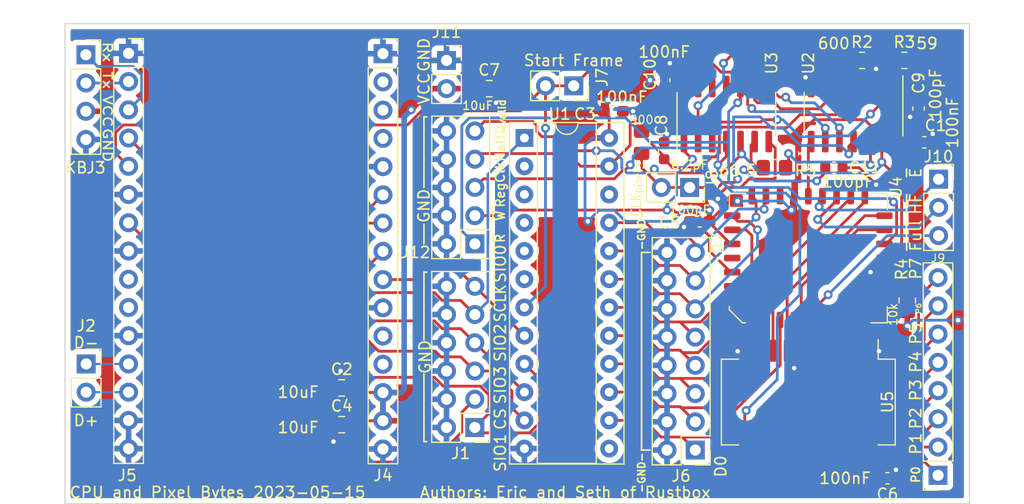
<source format=kicad_pcb>
(kicad_pcb (version 20211014) (generator pcbnew)
  (layers (0 "F.Cu" signal) (31 "B.Cu" signal) (34 "B.Paste" user) (35 "F.Paste" user) (36 "B.SilkS" user "B.Silkscreen") (37 "F.SilkS" user "F.Silkscreen") (38 "B.Mask" user) (39 "F.Mask" user) (44 "Edge.Cuts" user))
  (net 0 "")
  (net 1 "/~{W}")
  (net 2 "/D3")
  (net 3 "/D2")
  (net 4 "/D1")
  (net 5 "/D0")
  (net 6 "GND")
  (net 7 "/Full")
  (net 8 "/Q0")
  (net 9 "/Q1")
  (net 10 "/Q2")
  (net 11 "/Q3")
  (net 12 "/~{R}")
  (net 13 "/Q4")
  (net 14 "/Q5")
  (net 15 "/Q6")
  (net 16 "/Q7")
  (net 17 "/HalfFull")
  (net 18 "/Empty")
  (net 19 "/Reset")
  (net 20 "VCC")
  (net 21 "/D7")
  (net 22 "/D6")
  (net 23 "/D5")
  (net 24 "/D4")
  (net 25 "/SIO0")
  (net 26 "/SIO1")
  (net 27 "/SIO2")
  (net 28 "/SIO3")
  (net 29 "/SCLK")
  (net 30 "/CS")
  (net 31 "/D-")
  (net 32 "/D+")
  (net 33 "/KB_{Tx}")
  (net 34 "/KB_{Rx}")
  (net 40 "/StartFrame")
  (net 43 "/CLK_{pixel}")
  (net 44 "/P0")
  (net 45 "/P1")
  (net 46 "/P2")
  (net 47 "/P3")
  (net 48 "/P4")
  (net 49 "/P5")
  (net 50 "/P6")
  (net 51 "/P7")
  (net 58 "Net-(U2-Pad6)")
  (net 64 "Net-(C8-Pad1)")
  (net 65 "Net-(C9-Pad1)")
  (net 66 "Net-(C11-Pad1)")
  (net 67 "/Half")
  (net 68 "Net-(R5-Pad2)")
  (net 70 "Net-(U2-Pad2)")
  (net 71 "Net-(U2-Pad10)")
  (net 72 "/RegClk")
  (net 73 "/Q_{valid}")
  (footprint "Connector_PinSocket_2.54mm:PinSocket_1x02_P2.54mm_Vertical" (layer "F.Cu") (at 110.49 63.754)
    (fp_text reference "J11")
    (fp_text value "Conn_01x02_Female")
  )
  (footprint "Capacitor_SMD:C_0603_1608Metric_Pad1.08x0.95mm_HandSolder" (layer "F.Cu") (at 125.476 68.326 180)
    (fp_text reference "C3")
    (fp_text value "100nF")
  )
  (footprint "Resistor_SMD:R_0805_2012Metric_Pad1.20x1.40mm_HandSolder" (layer "F.Cu") (at 151.638 63.754)
    (fp_text reference "R3")
    (fp_text value "59")
  )
  (footprint "Connector_PinSocket_2.54mm:PinSocket_1x02_P2.54mm_Vertical" (layer "F.Cu") (at 132.334 75.184 -90)
    (fp_text reference "J8")
    (fp_text value "Conn_01x02_Female")
  )
  (footprint "Package_SO:SOIC-20W_7.5x15.4mm_P1.27mm" (layer "F.Cu") (at 143.002 94.488 -90)
    (fp_text reference "U5")
    (fp_text value "74LS573")
  )
  (footprint "Resistor_SMD:R_0805_2012Metric_Pad1.20x1.40mm_HandSolder" (layer "F.Cu") (at 151.892 85.344 -90)
    (fp_text reference "R4")
    (fp_text value "10k")
  )
  (footprint "Resistor_SMD:R_0805_2012Metric_Pad1.20x1.40mm_HandSolder" (layer "F.Cu") (at 147.828 63.754)
    (fp_text reference "R2")
    (fp_text value "600")
  )
  (footprint "Connector_PinSocket_2.54mm:PinSocket_1x03_P2.54mm_Vertical" (layer "F.Cu") (at 154.711 74.437)
    (fp_text reference "J10")
    (fp_text value "Conn_01x03_Female")
  )
  (footprint "Capacitor_SMD:C_0805_2012Metric_Pad1.18x1.45mm_HandSolder" (layer "F.Cu") (at 114.3215 66.294)
    (fp_text reference "C7")
    (fp_text value "10uF")
  )
  (footprint "Package_SO:SOIC-14_3.9x8.7mm_P1.27mm" (layer "F.Cu") (at 147.066 68.58 -90)
    (fp_text reference "U2")
    (fp_text value "74HC14")
  )
  (footprint "Connector_PinHeader_2.54mm:PinHeader_2x05_P2.54mm_Vertical" (layer "F.Cu") (at 113.035 80.259 180)
    (fp_text reference "J12")
    (fp_text value "Conn_02x05_Odd_Even")
  )
  (footprint "Connector_PinSocket_2.54mm:PinSocket_1x02_P2.54mm_Vertical" (layer "F.Cu") (at 121.92 66.04 -90)
    (fp_text reference "J7")
    (fp_text value "Conn_01x02_Female")
  )
  (footprint "Connector_PinHeader_2.54mm:PinHeader_2x08_P2.54mm_Vertical" (layer "F.Cu") (at 132.842 98.806 180)
    (fp_text reference "J6")
    (fp_text value "Conn_02x08_Odd_Even")
  )
  (footprint "Connector_PinSocket_2.54mm:PinSocket_1x04_P2.54mm_Vertical" (layer "F.Cu") (at 78.08 63.246)
    (fp_text reference "J3")
    (fp_text value "Conn_01x04_Female")
  )
  (footprint "Capacitor_SMD:C_0805_2012Metric_Pad1.18x1.45mm_HandSolder" (layer "F.Cu") (at 101.0705 93.218)
    (fp_text reference "C2")
    (fp_text value "10uF")
  )
  (footprint "Resistor_SMD:R_0805_2012Metric_Pad1.20x1.40mm_HandSolder" (layer "F.Cu") (at 128.016 71.12 -90)
    (fp_text reference "R1")
    (fp_text value "900")
  )
  (footprint "Capacitor_SMD:C_0603_1608Metric_Pad1.08x0.95mm_HandSolder" (layer "F.Cu") (at 150.114 101.346 180)
    (fp_text reference "C6")
    (fp_text value "100nF")
  )
  (footprint "Capacitor_SMD:C_0805_2012Metric_Pad1.18x1.45mm_HandSolder" (layer "F.Cu") (at 101.0705 96.52)
    (fp_text reference "C4")
    (fp_text value "10uF")
  )
  (footprint "Package_LCC:PLCC-32_11.4x14.0mm_P1.27mm" (layer "F.Cu") (at 143.002 81.534 90)
    (fp_text reference "U4")
    (fp_text value "IDT7205L12JG")
  )
  (footprint "Capacitor_SMD:C_0603_1608Metric_Pad1.08x0.95mm_HandSolder" (layer "F.Cu") (at 133.2495 78.232)
    (fp_text reference "C5")
    (fp_text value "100nF")
  )
  (footprint "Capacitor_SMD:C_0603_1608Metric" (layer "F.Cu") (at 145.301 73.406)
    (fp_text reference "C11")
    (fp_text value "100pF")
  )
  (footprint "Capacitor_SMD:C_0603_1608Metric_Pad1.08x0.95mm_HandSolder" (layer "F.Cu") (at 130.048 65.532 -90)
    (fp_text reference "C10")
    (fp_text value "100nF")
  )
  (footprint "Connector_PinHeader_2.54mm:PinHeader_2x06_P2.54mm_Vertical" (layer "F.Cu") (at 113.03 96.774 180)
    (fp_text reference "J1")
    (fp_text value "Conn_02x06_Odd_Even")
  )
  (footprint "Capacitor_SMD:C_0603_1608Metric" (layer "F.Cu") (at 152.908 68.072 -90)
    (fp_text reference "C9")
    (fp_text value "100pF")
  )
  (footprint "Resistor_SMD:R_0805_2012Metric_Pad1.20x1.40mm_HandSolder" (layer "F.Cu") (at 139.954 73.406)
    (fp_text reference "R5")
    (fp_text value "66.5")
  )
  (footprint "Package_SO:SOIC-14_3.9x8.7mm_P1.27mm" (layer "F.Cu") (at 135.636 68.58 90)
    (fp_text reference "U3")
    (fp_text value "74LS02")
  )
  (footprint "Connector_PinSocket_2.54mm:PinSocket_1x15_P2.54mm_Vertical" (layer "F.Cu") (at 104.775 63.149)
    (fp_text reference "J4")
    (fp_text value "Conn_01x15_Female")
  )
  (footprint "Connector_PinSocket_2.54mm:PinSocket_1x08_P2.54mm_Vertical" (layer "F.Cu") (at 154.661 101.077 180)
    (fp_text reference "J9")
    (fp_text value "Conn_01x08_Female")
  )
  (footprint "Connector_PinSocket_2.54mm:PinSocket_1x02_P2.54mm_Vertical" (layer "F.Cu") (at 78.105 91.059)
    (fp_text reference "J2")
    (fp_text value "Conn_01x02_Female")
  )
  (footprint "Capacitor_SMD:C_0603_1608Metric" (layer "F.Cu") (at 130.048 71.869 90)
    (fp_text reference "C8")
    (fp_text value "6.2pF")
  )
  (footprint "Connector_PinSocket_2.54mm:PinSocket_1x15_P2.54mm_Vertical" (layer "F.Cu") (at 81.915 63.119)
    (fp_text reference "J5")
    (fp_text value "Conn_01x15_Female")
  )
  (footprint "Capacitor_SMD:C_0603_1608Metric_Pad1.08x0.95mm_HandSolder" (layer "F.Cu") (at 153.416 71.12 180)
    (fp_text reference "C1")
    (fp_text value "100nF")
  )
  (footprint "Package_DIP:DIP-24_W7.62mm_Socket" (layer "F.Cu") (at 117.485 70.734)
    (fp_text reference "U1")
    (fp_text value "GAL22V10")
  )
  (gr_line (start 128.016 98.806) (end 128.778 98.806) (layer "F.SilkS") (width 0.15))
  (gr_line (start 108.458 68.834) (end 108.712 68.834) (layer "F.SilkS") (width 0.15))
  (gr_line (start 108.458 75.184) (end 108.458 68.834) (layer "F.SilkS") (width 0.15))
  (gr_line (start 108.458 91.948) (end 108.458 98.044) (layer "F.SilkS") (width 0.15))
  (gr_line (start 108.458 88.9) (end 108.458 82.804) (layer "F.SilkS") (width 0.15))
  (gr_line (start 108.458 82.804) (end 108.712 82.804) (layer "F.SilkS") (width 0.15))
  (gr_line (start 108.458 78.486) (end 108.458 80.264) (layer "F.SilkS") (width 0.15))
  (gr_line (start 128.778 81.026) (end 128.016 81.026) (layer "F.SilkS") (width 0.15))
  (gr_line (start 108.458 98.044) (end 108.712 98.044) (layer "F.SilkS") (width 0.15))
  (gr_line (start 128.016 81.026) (end 128.016 98.806) (layer "F.SilkS") (width 0.15))
  (gr_rect (start 76.2 103.632) (end 157.48 60.452) (layer "Edge.Cuts") (width 0.1) (fill none))
  (gr_text "~{HF}" (at 152.654 77.724 90) (layer "F.SilkS") (effects (font (size 1 1)) (justify left)))
  (gr_text "KB" (at 77.216 73.406) (layer "F.SilkS") (effects (font (size 1 1))))
  (gr_text "${33bb8efb-b504-4869-ae79-f0436c353265:VALUE}" (at 145.288 62.23) (layer "F.SilkS") (effects (font (size 1 1))))
  (gr_text "SCLK" (at 115.316 85.598 90) (layer "F.SilkS") (effects (font (size 1 0.9))))
  (gr_text "P2" (at 152.654 97.028 90) (layer "F.SilkS") (effects (font (size 1 1)) (justify left)))
  (gr_text "RegClk" (at 115.316 74.93 90) (layer "F.SilkS") (effects (font (size 0.8 0.8))))
  (gr_text "CLK_{pixel}" (at 127.508 75.692 90) (layer "F.SilkS") (effects (font (size 0.9 0.75) (thickness 0.12))))
  (gr_text "10uF" (at 97.155 96.774) (layer "F.SilkS") (effects (font (size 1 1))))
  (gr_text "GND" (at 108.458 63.246 90) (layer "F.SilkS") (effects (font (size 1 1))))
  (gr_text "${e148e259-a703-4a56-959b-f68172ccc103:VALUE}" (at 132.334 73.152) (layer "F.SilkS") (effects (font (size 0.8 0.8) (thickness 0.12))))
  (gr_text "Rx" (at 80.01 62.992 270) (layer "F.SilkS") (effects (font (size 0.8 1))))
  (gr_text "${b0302f88-4a8a-4a8a-91a4-eda0bad16796:VALUE}" (at 146.558 74.676) (layer "F.SilkS") (effects (font (size 1 1))))
  (gr_text "SIO0" (at 115.316 82.042 90) (layer "F.SilkS") (effects (font (size 1 1))))
  (gr_text "Half" (at 115.316 71.628 90) (layer "F.SilkS") (effects (font (size 0.8 0.8))))
  (gr_text "P5" (at 152.654 89.408 90) (layer "F.SilkS") (effects (font (size 1 1)) (justify left)))
  (gr_text "10uF" (at 97.155 93.599) (layer "F.SilkS") (effects (font (size 1 1))))
  (gr_text "${c541600b-e282-4c97-8106-b9e4b5e535f0:VALUE}" (at 154.432 66.802 90) (layer "F.SilkS") (effects (font (size 1 1))))
  (gr_text "CS" (at 115.316 96.012 90) (layer "F.SilkS") (effects (font (size 1 1))))
  (gr_text "Q_{valid}" (at 115.316 68.834 90) (layer "F.SilkS") (effects (font (size 0.8 0.8))))
  (gr_text "${805acd9c-448d-496d-b5d8-eb48783cf372:VALUE}" (at 128.016 69.088) (layer "F.SilkS") (effects (font (size 0.75 0.75) (thickness 0.1))))
  (gr_text "CPU and Pixel Bytes 2023-05-15" (at 89.916 102.616) (layer "F.SilkS") (effects (font (size 1 1))))
  (gr_text "P7" (at 152.654 83.566 90) (layer "F.SilkS") (effects (font (size 1 1)) (justify left)))
  (gr_text "Tx" (at 80.01 65.532 270) (layer "F.SilkS") (effects (font (size 0.8 1))))
  (gr_text "VCC" (at 80.01 68.326 270) (layer "F.SilkS") (effects (font (size 0.8 1))))
  (gr_text "P3" (at 152.654 94.488 90) (layer "F.SilkS") (effects (font (size 1 1)) (justify left)))
  (gr_text "P6" (at 152.908 86.614 90) (layer "F.SilkS") (effects (font (size 0.45 0.5) (thickness 0.09)) (justify left)))
  (gr_text "${f60e2339-0e05-4920-8be2-4d2a66ac566d:VALUE}" (at 155.956 69.342 90) (layer "F.SilkS") (effects (font (size 1 1))))
  (gr_text "~{E}" (at 152.654 74.422 90) (layer "F.SilkS") (effects (font (size 1 1)) (justify left)))
  (gr_text "GND" (at 80.01 71.374 270) (layer "F.SilkS") (effects (font (size 0.8 1))))
  (gr_text "SIO3" (at 115.316 92.964 90) (layer "F.SilkS") (effects (font (size 1 1))))
  (gr_text "SIO2" (at 115.316 89.154 90) (layer "F.SilkS") (effects (font (size 1 1))))
  (gr_text "GND" (at 108.555 90.424 90) (layer "F.SilkS") (effects (font (size 1 1))))
  (gr_text "GND" (at 108.458 76.835 90) (layer "F.SilkS") (effects (font (size 1 1))))
  (gr_text "SIO1" (at 115.316 99.06 90) (layer "F.SilkS") (effects (font (size 1 1))))
  (gr_text "P4" (at 152.654 91.948 90) (layer "F.SilkS") (effects (font (size 1 1)) (justify left)))
  (gr_text "Start Frame" (at 121.92 63.754) (layer "F.SilkS") (effects (font (size 1 1))))
  (gr_text "-GND-" (at 128.016 100.838 90) (layer "F.SilkS") (effects (font (size 0.65 0.65))))
  (gr_text "Authors: Eric and Seth of Rustbox" (at 121.158 102.616) (layer "F.SilkS") (effects (font (size 1 1))))
  (gr_text "~{Full}" (at 152.654 81.026 90) (layer "F.SilkS") (effects (font (size 1 1)) (justify left)))
  (gr_text "-GND-" (at 128.016 78.994 90) (layer "F.SilkS") (effects (font (size 0.65 0.65))))
  (gr_text "~{R}" (at 115.316 79.756 90) (layer "F.SilkS") (effects (font (size 0.8 0.8))))
  (gr_text "${b974d6f1-26bd-432b-b4c9-190cf7669681:VALUE}" (at 130.048 62.992) (layer "F.SilkS") (effects (font (size 1 1))))
  (gr_text "D7" (at 134.874 81.28 90) (layer "F.SilkS") (effects (font (size 1 1)) (justify left)))
  (gr_text "D+" (at 78.105 96.139) (layer "F.SilkS") (effects (font (size 1 1))))
  (gr_text "${a7c99022-8e6b-475e-983e-c97895d59aab:VALUE}" (at 132.334 77.216) (layer "F.SilkS") (effects (font (size 0.8 0.8) (thickness 0.12))))
  (gr_text "P1" (at 152.654 99.314 90) (layer "F.SilkS") (effects (font (size 1 1)) (justify left)))
  (gr_text "VCC" (at 108.458 66.294 90) (layer "F.SilkS") (effects (font (size 1 1))))
  (gr_text "." (at 134.874 80.772) (layer "F.SilkS") (effects (font (size 2 2))))
  (gr_text "${2c9b08d6-c4de-4478-a4a7-886503a625e2:VALUE}" (at 150.622 86.614 90) (layer "F.SilkS") (effects (font (size 0.75 0.75) (thickness 0.12))))
  (gr_text "100nF" (at 146.304 101.346) (layer "F.SilkS") (effects (font (size 1 1))))
  (gr_text "10uF" (at 113.284 67.818) (layer "F.SilkS") (effects (font (size 0.75 0.75) (thickness 0.12))))
  (gr_text "D-" (at 78.105 89.154) (layer "F.SilkS") (effects (font (size 1 1))))
  (gr_text "P0" (at 152.654 101.854 90) (layer "F.SilkS") (effects (font (size 0.75 0.75)) (justify left)))
  (gr_text "D0" (at 135.128 101.346 90) (layer "F.SilkS") (effects (font (size 1 1)) (justify left)))
  (gr_text "${17b68287-f6b1-4806-8d29-17a971af2618:VALUE}" (at 153.67 62.23) (layer "F.SilkS") (effects (font (size 1 1))))
  (gr_text "~{W}" (at 115.316 77.724 90) (layer "F.SilkS") (effects (font (size 0.8 0.8))))
  (gr_text "${c57549b7-0296-4aec-8a7e-a61b625ba54d:VALUE}" (at 136.652 73.66) (layer "F.SilkS") (effects (font (size 1 1))))
  (gr_text "100nF" (at 126.238 67.056) (layer "F.SilkS") (effects (font (size 1 1))))
  (segment (start 132.588 72.644) (end 131.826 71.882) (width 0.25) (layer "F.Cu") (net 1))
  (segment (start 131.10152 77.43248) (end 130.88504 77.216) (width 0.25) (layer "F.Cu") (net 1))
  (segment (start 136.1645 82.804) (end 136.025928 82.804) (width 0.25) (layer "F.Cu") (net 1))
  (segment (start 133.24998 77.762664) (end 132.919796 77.43248) (width 0.25) (layer "F.Cu") (net 1))
  (segment (start 136.025928 82.804) (end 134.112 80.890072) (width 0.25) (layer "F.Cu") (net 1))
  (segment (start 134.112 79.564316) (end 133.24998 78.702296) (width 0.25) (layer "F.Cu") (net 1))
  (segment (start 134.112 80.890072) (end 134.112 79.564316) (width 0.25) (layer "F.Cu") (net 1))
  (segment (start 133.24998 78.702296) (end 133.24998 77.762664) (width 0.25) (layer "F.Cu") (net 1))
  (segment (start 116.078 77.216) (end 130.302 77.216) (width 0.25) (layer "F.Cu") (net 1))
  (segment (start 113.035 77.719) (end 115.575 77.719) (width 0.25) (layer "F.Cu") (net 1))
  (segment (start 131.826 71.882) (end 131.826 71.055) (width 0.25) (layer "F.Cu") (net 1))
  (segment (start 132.919796 77.43248) (end 131.10152 77.43248) (width 0.25) (layer "F.Cu") (net 1))
  (segment (start 115.575 77.719) (end 116.078 77.216) (width 0.25) (layer "F.Cu") (net 1))
  (segment (start 130.88504 77.216) (end 130.302 77.216) (width 0.25) (layer "F.Cu") (net 1))
  (via (at 130.302 77.216) (size 0.8) (drill 0.4) (layers "F.Cu" "B.Cu") (net 1))
  (via (at 132.588 72.644) (size 0.8) (drill 0.4) (layers "F.Cu" "B.Cu") (net 1))
  (segment (start 131.159489 75.850511) (end 131.159489 74.009489) (width 0.25) (layer "B.Cu") (net 1))
  (segment (start 131.159489 74.009489) (end 132.524978 72.644) (width 0.25) (layer "B.Cu") (net 1))
  (segment (start 131.159489 75.850511) (end 130.302 76.708) (width 0.25) (layer "B.Cu") (net 1))
  (segment (start 130.302 77.216) (end 130.302 76.708) (width 0.25) (layer "B.Cu") (net 1))
  (segment (start 132.524978 72.644) (end 132.588 72.644) (width 0.25) (layer "B.Cu") (net 1))
  (segment (start 136.1645 86.98451) (end 136.1645 85.344) (width 0.25) (layer "F.Cu") (net 2))
  (segment (start 131.699 90.043) (end 132.842 91.186) (width 0.25) (layer "F.Cu") (net 2))
  (segment (start 125.105 88.514) (end 128.265 88.514) (width 0.25) (layer "F.Cu") (net 2))
  (segment (start 128.265 88.514) (end 129.571511 89.820511) (width 0.25) (layer "F.Cu") (net 2))
  (segment (start 133.10601 90.043) (end 136.1645 86.98451) (width 0.25) (layer "F.Cu") (net 2))
  (segment (start 131.476511 89.820511) (end 131.699 90.043) (width 0.25) (layer "F.Cu") (net 2))
  (segment (start 129.571511 89.820511) (end 131.476511 89.820511) (width 0.25) (layer "F.Cu") (net 2))
  (segment (start 131.699 90.043) (end 133.10601 90.043) (width 0.25) (layer "F.Cu") (net 2))
  (segment (start 136.747489 92.360511) (end 137.922 91.186) (width 0.25) (layer "F.Cu") (net 3))
  (segment (start 137.922 91.186) (end 137.922 87.0965) (width 0.25) (layer "F.Cu") (net 3))
  (segment (start 131.476511 92.360511) (end 132.842 93.726) (width 0.25) (layer "F.Cu") (net 3))
  (segment (start 129.571511 92.360511) (end 131.476511 92.360511) (width 0.25) (layer "F.Cu") (net 3))
  (segment (start 125.105 91.054) (end 128.265 91.054) (width 0.25) (layer "F.Cu") (net 3))
  (segment (start 131.476511 92.360511) (end 136.747489 92.360511) (width 0.25) (layer "F.Cu") (net 3))
  (segment (start 128.265 91.054) (end 129.571511 92.360511) (width 0.25) (layer "F.Cu") (net 3))
  (segment (start 129.571511 94.900511) (end 131.476511 94.900511) (width 0.25) (layer "F.Cu") (net 4))
  (segment (start 125.105 93.594) (end 128.265 93.594) (width 0.25) (layer "F.Cu") (net 4))
  (segment (start 131.572 94.996) (end 135.095072 94.996) (width 0.25) (layer "F.Cu") (net 4))
  (segment (start 131.572 94.996) (end 132.842 96.266) (width 0.25) (layer "F.Cu") (net 4))
  (segment (start 128.265 93.594) (end 129.571511 94.900511) (width 0.25) (layer "F.Cu") (net 4))
  (segment (start 139.192 90.899072) (end 139.192 87.0965) (width 0.25) (layer "F.Cu") (net 4))
  (segment (start 131.476511 94.900511) (end 131.572 94.996) (width 0.25) (layer "F.Cu") (net 4))
  (segment (start 135.095072 94.996) (end 139.192 90.899072) (width 0.25) (layer "F.Cu") (net 4))
  (segment (start 125.105 96.134) (end 128.265 96.134) (width 0.25) (layer "F.Cu") (net 5))
  (segment (start 134.007897 97.631489) (end 140.47248 91.166906) (width 0.25) (layer "F.Cu") (net 5))
  (segment (start 131.667489 97.631489) (end 134.007897 97.631489) (width 0.25) (layer "F.Cu") (net 5))
  (segment (start 128.265 96.134) (end 129.762489 97.631489) (width 0.25) (layer "F.Cu") (net 5))
  (segment (start 140.47248 91.166906) (end 140.47248 87.10698) (width 0.25) (layer "F.Cu") (net 5))
  (segment (start 140.47248 87.10698) (end 140.462 87.0965) (width 0.25) (layer "F.Cu") (net 5))
  (segment (start 131.667489 97.631489) (end 132.842 98.806) (width 0.25) (layer "F.Cu") (net 5))
  (segment (start 129.762489 97.631489) (end 131.667489 97.631489) (width 0.25) (layer "F.Cu") (net 5))
  (segment (start 130.048 64.516) (end 130.556 64.008) (width 0.25) (layer "F.Cu") (net 6))
  (segment (start 100.033 97.747) (end 100.33 98.044) (width 0.25) (layer "F.Cu") (net 6))
  (segment (start 134.874 75.946) (end 134.874 76.2) (width 0.25) (layer "F.Cu") (net 6))
  (segment (start 136.92304 75.184) (end 135.636 75.184) (width 0.25) (layer "F.Cu") (net 6))
  (segment (start 137.287 89.863) (end 136.705 89.863) (width 0.25) (layer "F.Cu") (net 6))
  (segment (start 154.2785 71.12) (end 154.2785 70.4585) (width 0.25) (layer "F.Cu") (net 6))
  (segment (start 100.033 96.52) (end 100.033 97.747) (width 0.25) (layer "F.Cu") (net 6))
  (segment (start 147.574 73.406) (end 149.098 74.93) (width 0.25) (layer "F.Cu") (net 6))
  (segment (start 136.705 89.863) (end 136.652 89.916) (width 0.25) (layer "F.Cu") (net 6))
  (segment (start 148.59 82.804) (end 149.8395 82.804) (width 0.25) (layer "F.Cu") (net 6))
  (segment (start 115.359 67.14) (end 114.935 67.564) (width 0.25) (layer "F.Cu") (net 6))
  (segment (start 148.828 63.754) (end 148.828 64.246) (width 0.25) (layer "F.Cu") (net 6))
  (segment (start 140.02948 74.34652) (end 139.94548 74.43052) (width 0.25) (layer "F.Cu") (net 6))
  (segment (start 115.359 66.294) (end 115.359 67.14) (width 0.25) (layer "F.Cu") (net 6))
  (segment (start 137.67652 74.43052) (end 136.92304 75.184) (width 0.25) (layer "F.Cu") (net 6))
  (segment (start 140.02948 71.63848) (end 140.02948 74.34652) (width 0.25) (layer "F.Cu") (net 6))
  (segment (start 143.256 65.786) (end 142.748 65.278) (width 0.25) (layer "F.Cu") (net 6))
  (segment (start 130.048 71.094) (end 130.048 70.612) (width 0.25) (layer "F.Cu") (net 6))
  (segment (start 150.9765 101.346) (end 150.9765 100.6845) (width 0.25) (layer "F.Cu") (net 6))
  (segment (start 132.334 78.232) (end 131.826 78.74) (width 0.25) (layer "F.Cu") (net 6))
  (segment (start 126.3385 68.326) (end 127.254 68.326) (width 0.25) (layer "F.Cu") (net 6))
  (segment (start 148.828 64.246) (end 149.098 64.516) (width 0.25) (layer "F.Cu") (net 6))
  (segment (start 143.256 66.105) (end 143.256 65.786) (width 0.25) (layer "F.Cu") (net 6))
  (segment (start 141.732 87.0965) (end 141.732 91.44) (width 0.25) (layer "F.Cu") (net 6))
  (segment (start 100.033 93.218) (end 100.033 92.626) (width 0.25) (layer "F.Cu") (net 6))
  (segment (start 150.9765 100.6845) (end 150.876 100.584) (width 0.25) (layer "F.Cu") (net 6))
  (segment (start 139.446 71.055) (end 140.02948 71.63848) (width 0.25) (layer "F.Cu") (net 6))
  (segment (start 132.387 78.232) (end 132.334 78.232) (width 0.25) (layer "F.Cu") (net 6))
  (segment (start 130.048 64.6695) (end 130.048 64.516) (width 0.25) (layer "F.Cu") (net 6))
  (segment (start 130.048 70.612) (end 130.302 70.358) (width 0.25) (layer "F.Cu") (net 6))
  (segment (start 148.717 89.863) (end 149.299 89.863) (width 0.25) (layer "F.Cu") (net 6))
  (segment (start 149.299 89.863) (end 149.352 89.916) (width 0.25) (layer "F.Cu") (net 6))
  (segment (start 154.2785 70.4585) (end 154.178 70.358) (width 0.25) (layer "F.Cu") (net 6))
  (segment (start 100.033 92.626) (end 100.965 91.694) (width 0.25) (layer "F.Cu") (net 6))
  (segment (start 152.908 68.847) (end 152.159 68.847) (width 0.25) (layer "F.Cu") (net 6))
  (segment (start 135.636 75.184) (end 134.874 75.946) (width 0.25) (layer "F.Cu") (net 6))
  (segment (start 152.159 68.847) (end 152.146 68.834) (width 0.25) (layer "F.Cu") (net 6))
  (segment (start 139.94548 74.43052) (end 137.67652 74.43052) (width 0.25) (layer "F.Cu") (net 6))
  (segment (start 146.076 73.406) (end 147.574 73.406) (width 0.25) (layer "F.Cu") (net 6))
  (via (at 130.556 64.008) (size 0.8) (drill 0.4) (layers "F.Cu" "B.Cu") (net 6))
  (via (at 136.652 89.916) (size 0.8) (drill 0.4) (layers "F.Cu" "B.Cu") (net 6))
  (via (at 149.098 74.93) (size 0.8) (drill 0.4) (layers "F.Cu" "B.Cu") (net 6))
  (via (at 127.254 68.326) (size 0.8) (drill 0.4) (layers "F.Cu" "B.Cu") (net 6))
  (via (at 154.178 70.358) (size 0.8) (drill 0.4) (layers "F.Cu" "B.Cu") (net 6))
  (via (at 142.748 65.278) (size 0.8) (drill 0.4) (layers "F.Cu" "B.Cu") (net 6))
  (via (at 149.352 89.916) (size 0.8) (drill 0.4) (layers "F.Cu" "B.Cu") (net 6))
  (via (at 149.098 64.516) (size 0.8) (drill 0.4) (layers "F.Cu" "B.Cu") (net 6))
  (via (at 134.874 76.2) (size 0.8) (drill 0.4) (layers "F.Cu" "B.Cu") (net 6))
  (via (at 148.59 82.804) (size 0.8) (drill 0.4) (layers "F.Cu" "B.Cu") (net 6))
  (via (at 141.732 91.44) (size 0.8) (drill 0.4) (layers "F.Cu" "B.Cu") (net 6))
  (via (at 131.826 78.74) (size 0.8) (drill 0.4) (layers "F.Cu" "B.Cu") (net 6))
  (via (at 114.935 67.564) (size 0.8) (drill 0.4) (layers "F.Cu" "B.Cu") (net 6))
  (via (at 130.302 70.358) (size 0.8) (drill 0.4) (layers "F.Cu" "B.Cu") (net 6))
  (via (at 150.876 100.584) (size 0.8) (drill 0.4) (layers "F.Cu" "B.Cu") (net 6))
  (via (at 100.965 91.694) (size 0.8) (drill 0.4) (layers "F.Cu" "B.Cu") (net 6))
  (via (at 152.146 68.834) (size 0.8) (drill 0.4) (layers "F.Cu" "B.Cu") (net 6))
  (via (at 100.33 98.044) (size 0.8) (drill 0.4) (layers "F.Cu" "B.Cu") (net 6))
  (segment (start 130.302 81.026) (end 130.302 83.566) (width 0.25) (layer "B.Cu") (net 6))
  (segment (start 130.302 83.566) (end 130.302 86.106) (width 0.25) (layer "B.Cu") (net 6))
  (segment (start 143.002 86.614) (end 143.002 87.0965) (width 0.25) (layer "F.Cu") (net 7))
  (segment (start 144.78 84.836) (end 143.002 86.614) (width 0.25) (layer "F.Cu") (net 7))
  (via (at 144.78 84.836) (size 0.8) (drill 0.4) (layers "F.Cu" "B.Cu") (net 7))
  (segment (start 150.099 79.517) (end 144.78 84.836) (width 0.25) (layer "B.Cu") (net 7))
  (segment (start 154.711 79.517) (end 150.099 79.517) (width 0.25) (layer "B.Cu") (net 7))
  (segment (start 147.447 89.461928) (end 146.18748 88.202408) (width 0.25) (layer "F.Cu") (net 8))
  (segment (start 147.447 89.863) (end 147.447 89.461928) (width 0.25) (layer "F.Cu") (net 8))
  (segment (start 144.59752 86.03448) (end 144.272 86.36) (width 0.25) (layer "F.Cu") (net 8))
  (segment (start 144.272 86.36) (end 144.272 87.0965) (width 0.25) (layer "F.Cu") (net 8))
  (segment (start 146.18748 86.24348) (end 145.97848 86.03448) (width 0.25) (layer "F.Cu") (net 8))
  (segment (start 146.18748 88.202408) (end 146.18748 86.24348) (width 0.25) (layer "F.Cu") (net 8))
  (segment (start 145.97848 86.03448) (end 144.59752 86.03448) (width 0.25) (layer "F.Cu") (net 8))
  (segment (start 145.542 87.0965) (end 145.542 89.228) (width 0.25) (layer "F.Cu") (net 9))
  (segment (start 145.542 89.228) (end 146.177 89.863) (width 0.25) (layer "F.Cu") (net 9))
  (segment (start 144.907 90.264072) (end 145.830448 91.18752) (width 0.25) (layer "F.Cu") (net 10))
  (segment (start 144.907 89.863) (end 144.907 90.264072) (width 0.25) (layer "F.Cu") (net 10))
  (segment (start 145.830448 91.18752) (end 147.82648 91.18752) (width 0.25) (layer "F.Cu") (net 10))
  (segment (start 148.082 90.932) (end 148.082 87.0965) (width 0.25) (layer "F.Cu") (net 10))
  (segment (start 147.82648 91.18752) (end 148.082 90.932) (width 0.25) (layer "F.Cu") (net 10))
  (segment (start 143.637 90.264072) (end 145.009968 91.63704) (width 0.25) (layer "F.Cu") (net 11))
  (segment (start 143.637 89.863) (end 143.637 90.264072) (width 0.25) (layer "F.Cu") (net 11))
  (segment (start 145.009968 91.63704) (end 148.90096 91.63704) (width 0.25) (layer "F.Cu") (net 11))
  (segment (start 150.076511 90.461489) (end 150.076511 85.581011) (width 0.25) (layer "F.Cu") (net 11))
  (segment (start 148.90096 91.63704) (end 150.076511 90.461489) (width 0.25) (layer "F.Cu") (net 11))
  (segment (start 150.076511 85.581011) (end 149.8395 85.344) (width 0.25) (layer "F.Cu") (net 11))
  (segment (start 149.978072 80.264) (end 149.8395 80.264) (width 0.25) (layer "F.Cu") (net 12))
  (segment (start 136.906 67.31) (end 136.652 67.564) (width 0.25) (layer "F.Cu") (net 12))
  (segment (start 150.93448 79.307592) (end 150.93448 76.76648) (width 0.25) (layer "F.Cu") (net 12))
  (segment (start 150.93448 76.76648) (end 150.6595 76.4915) (width 0.25) (layer "F.Cu") (net 12))
  (segment (start 150.93448 79.307592) (end 149.978072 80.264) (width 0.25) (layer "F.Cu") (net 12))
  (segment (start 136.906 66.105) (end 136.906 67.31) (width 0.25) (layer "F.Cu") (net 12))
  (via (at 136.652 67.564) (size 0.8) (drill 0.4) (layers "F.Cu" "B.Cu") (net 12))
  (via (at 150.6595 76.4915) (size 0.8) (drill 0.4) (layers "F.Cu" "B.Cu") (net 12))
  (segment (start 150.6595 76.4915) (end 150.351927 76.183927) (width 0.25) (layer "B.Cu") (net 12))
  (segment (start 111.860489 69.612501) (end 111.860489 79.084489) (width 0.25) (layer "B.Cu") (net 12))
  (segment (start 111.860489 79.084489) (end 113.035 80.259) (width 0.25) (layer "B.Cu") (net 12))
  (segment (start 112.548501 68.924489) (end 111.860489 69.612501) (width 0.25) (layer "B.Cu") (net 12))
  (segment (start 141.224 75.184) (end 136.389386 75.184) (width 0.25) (layer "B.Cu") (net 12))
  (segment (start 135.838173 68.377827) (end 136.652 67.564) (width 0.25) (layer "B.Cu") (net 12))
  (segment (start 135.838173 74.632787) (end 135.838173 68.377827) (width 0.25) (layer "B.Cu") (net 12))
  (segment (start 136.389386 75.184) (end 135.838173 74.632787) (width 0.25) (layer "B.Cu") (net 12))
  (segment (start 126.582489 68.924489) (end 112.548501 68.924489) (width 0.25) (layer "B.Cu") (net 12))
  (segment (start 150.351927 76.183927) (end 142.223927 76.183927) (width 0.25) (layer "B.Cu") (net 12))
  (segment (start 128.778 71.12) (end 126.582489 68.924489) (width 0.25) (layer "B.Cu") (net 12))
  (segment (start 135.838173 71.12) (end 128.778 71.12) (width 0.25) (layer "B.Cu") (net 12))
  (segment (start 142.223927 76.183927) (end 141.224 75.184) (width 0.25) (layer "B.Cu") (net 12))
  (segment (start 142.367 89.863) (end 142.367 84.074718) (width 0.25) (layer "F.Cu") (net 13))
  (segment (start 142.367 84.074718) (end 147.447718 78.994) (width 0.25) (layer "F.Cu") (net 13))
  (segment (start 147.447718 78.994) (end 149.8395 78.994) (width 0.25) (layer "F.Cu") (net 13))
  (segment (start 141.097 89.863) (end 141.097 84.709) (width 0.25) (layer "F.Cu") (net 14))
  (segment (start 141.097 84.709) (end 148.082 77.724) (width 0.25) (layer "F.Cu") (net 14))
  (segment (start 148.082 77.724) (end 149.8395 77.724) (width 0.25) (layer "F.Cu") (net 14))
  (segment (start 139.827 89.863) (end 139.827 84.709) (width 0.25) (layer "F.Cu") (net 15))
  (segment (start 139.827 84.709) (end 148.082 76.454) (width 0.25) (layer "F.Cu") (net 15))
  (segment (start 148.082 76.454) (end 148.082 75.9715) (width 0.25) (layer "F.Cu") (net 15))
  (segment (start 138.557 83.693) (end 139.954 82.296) (width 0.25) (layer "F.Cu") (net 16))
  (segment (start 140.626072 82.296) (end 146.812 76.110072) (width 0.25) (layer "F.Cu") (net 16))
  (segment (start 139.954 82.296) (end 140.626072 82.296) (width 0.25) (layer "F.Cu") (net 16))
  (segment (start 138.557 89.863) (end 138.557 83.693) (width 0.25) (layer "F.Cu") (net 16))
  (segment (start 146.812 76.110072) (end 146.812 75.9715) (width 0.25) (layer "F.Cu") (net 16))
  (segment (start 145.542 76.355474) (end 143.841737 78.055737) (width 0.25) (layer "F.Cu") (net 17))
  (segment (start 145.542 75.9715) (end 145.542 76.355474) (width 0.25) (layer "F.Cu") (net 17))
  (segment (start 145.365737 76.531737) (end 145.365737 76.147763) (width 0.25) (layer "F.Cu") (net 17))
  (segment (start 145.365737 76.147763) (end 145.542 75.9715) (width 0.25) (layer "F.Cu") (net 17))
  (via (at 143.841737 78.055737) (size 0.8) (drill 0.4) (layers "F.Cu" "B.Cu") (net 17))
  (segment (start 144.526 78.74) (end 152.948 78.74) (width 0.25) (layer "B.Cu") (net 17))
  (segment (start 154.711 76.977) (end 152.948 78.74) (width 0.25) (layer "B.Cu") (net 17))
  (segment (start 144.526 78.74) (end 143.841737 78.055737) (width 0.25) (layer "B.Cu") (net 17))
  (segment (start 143.964438 76.279062) (end 144.272 75.9715) (width 0.25) (layer "F.Cu") (net 18))
  (segment (start 143.964438 76.908438) (end 143.964438 76.279062) (width 0.25) (layer "F.Cu") (net 18))
  (via (at 143.964438 76.908438) (size 0.8) (drill 0.4) (layers "F.Cu" "B.Cu") (net 18))
  (segment (start 144.272 77.216) (end 151.932 77.216) (width 0.25) (layer "B.Cu") (net 18))
  (segment (start 154.711 74.437) (end 151.932 77.216) (width 0.25) (layer "B.Cu") (net 18))
  (segment (start 144.272 77.216) (end 143.964438 76.908438) (width 0.25) (layer "B.Cu") (net 18))
  (segment (start 143.002 75.9715) (end 143.002 71.309) (width 0.25) (layer "F.Cu") (net 19))
  (segment (start 143.002 71.309) (end 143.256 71.055) (width 0.25) (layer "F.Cu") (net 19))
  (segment (start 131.5365 66.3945) (end 131.826 66.105) (width 0.25) (layer "F.Cu") (net 20))
  (segment (start 143.51 69.088) (end 148.073386 69.088) (width 0.25) (layer "F.Cu") (net 20))
  (segment (start 152.5535 71.12) (end 150.941 71.12) (width 0.25) (layer "F.Cu") (net 20))
  (segment (start 136.025928 80.264) (end 136.1645 80.264) (width 0.25) (layer "F.Cu") (net 20))
  (segment (start 125.105 68.8175) (end 124.6135 68.326) (width 0.25) (layer "F.Cu") (net 20))
  (segment (start 150.941 71.12) (end 150.876 71.055) (width 0.25) (layer "F.Cu") (net 20))
  (segment (start 149.2515 101.346) (end 149.2515 99.6475) (width 0.25) (layer "F.Cu") (net 20))
  (segment (start 134.112 78.232) (end 135.939274 76.404726) (width 0.25) (layer "F.Cu") (net 20))
  (segment (start 125.105 70.734) (end 125.105 68.8175) (width 0.25) (layer "F.Cu") (net 20))
  (segment (start 124.968 67.9715) (end 124.6135 68.326) (width 0.25) (layer "F.Cu") (net 20))
  (segment (start 134.112 78.232) (end 134.112 77.216) (width 0.25) (layer "F.Cu") (net 20))
  (segment (start 149.2515 99.6475) (end 148.717 99.113) (width 0.25) (layer "F.Cu") (net 20))
  (segment (start 110.49 66.294) (end 113.284 66.294) (width 0.5) (layer "F.Cu") (net 20))
  (segment (start 141.948511 70.649489) (end 143.51 69.088) (width 0.25) (layer "F.Cu") (net 20))
  (segment (start 104.775 96.169) (end 102.459 96.169) (width 0.25) (layer "F.Cu") (net 20))
  (segment (start 109.22 66.294) (end 110.49 66.294) (width 0.25) (layer "F.Cu") (net 20))
  (segment (start 141.948511 75.754989) (end 141.948511 70.649489) (width 0.25) (layer "F.Cu") (net 20))
  (segment (start 102.519 93.629) (end 102.108 93.218) (width 0.25) (layer "F.Cu") (net 20))
  (segment (start 135.939274 76.404726) (end 136.645082 76.404726) (width 0.25) (layer "F.Cu") (net 20))
  (segment (start 148.073386 69.088) (end 148.581386 69.596) (width 0.25) (layer "F.Cu") (net 20))
  (segment (start 141.478 76.2255) (end 141.986 75.7175) (width 0.25) (layer "F.Cu") (net 20))
  (segment (start 104.775 93.629) (end 102.519 93.629) (width 0.25) (layer "F.Cu") (net 20))
  (segment (start 130.048 66.3945) (end 131.5365 66.3945) (width 0.25) (layer "F.Cu") (net 20))
  (segment (start 134.112 78.350072) (end 136.025928 80.264) (width 0.25) (layer "F.Cu") (net 20))
  (segment (start 151.892 86.344) (end 151.892 87.63) (width 0.25) (layer "F.Cu") (net 20))
  (segment (start 124.968 67.31) (end 124.968 67.9715) (width 0.25) (layer "F.Cu") (net 20))
  (segment (start 141.478 77.216) (end 141.478 76.2255) (width 0.25) (layer "F.Cu") (net 20))
  (segment (start 129.6405 66.3945) (end 128.778 65.532) (width 0.25) (layer "F.Cu") (net 20))
  (segment (start 148.581386 69.596) (end 150.368 69.596) (width 0.25) (layer "F.Cu") (net 20))
  (segment (start 134.112 78.232) (end 134.112 78.350072) (width 0.25) (layer "F.Cu") (net 20))
  (segment (start 102.459 96.169) (end 102.108 96.52) (width 0.25) (layer "F.Cu") (net 20))
  (segment (start 130.048 66.3945) (end 129.6405 66.3945) (width 0.25) (layer "F.Cu") (net 20))
  (segment (start 150.368 69.596) (end 150.876 70.104) (width 0.25) (layer "F.Cu") (net 20))
  (segment (start 150.876 70.104) (end 150.876 71.055) (width 0.25) (layer "F.Cu") (net 20))
  (segment (start 107.315 68.199) (end 109.22 66.294) (width 0.5) (layer "F.Cu") (net 20))
  (via (at 134.112 77.216) (size 0.8) (drill 0.4) (layers "F.Cu" "B.Cu") (net 20))
  (via (at 107.315 68.199) (size 0.8) (drill 0.4) (layers "F.Cu" "B.Cu") (net 20))
  (via (at 124.968 67.31) (size 0.8) (drill 0.4) (layers "F.Cu" "B.Cu") (net 20))
  (via (at 141.478 77.216) (size 0.8) (drill 0.4) (layers "F.Cu" "B.Cu") (net 20))
  (via (at 128.778 65.532) (size 0.8) (drill 0.4) (layers "F.Cu" "B.Cu") (net 20))
  (via (at 123.19 78.232) (size 0.8) (drill 0.4) (layers "F.Cu" "B.Cu") (net 20))
  (via (at 156.464 87.122) (size 0.8) (drill 0.4) (layers "F.Cu" "B.Cu") (net 20))
  (via (at 151.892 87.63) (size 0.8) (drill 0.4) (layers "F.Cu" "B.Cu") (net 20))
  (via (at 136.645082 76.404726) (size 0.8) (drill 0.4) (layers "F.Cu" "B.Cu") (net 20))
  (segment (start 104.775 96.169) (end 104.775 93.629) (width 0.5) (layer "B.Cu") (net 20))
  (segment (start 127.254 67.31) (end 128.778 65.786) (width 0.25) (layer "B.Cu") (net 20))
  (segment (start 130.81 78.232) (end 126.5733 78.232) (width 0.25) (layer "B.Cu") (net 20))
  (segment (start 107.315 68.199) (end 106.68 68.834) (width 0.5) (layer "B.Cu") (net 20))
  (segment (start 106.396 93.629) (end 104.775 93.629) (width 0.5) (layer "B.Cu") (net 20))
  (segment (start 106.68 68.834) (end 106.68 93.345) (width 0.5) (layer "B.Cu") (net 20))
  (segment (start 106.68 93.345) (end 106.396 93.629) (width 0.5) (layer "B.Cu") (net 20))
  (segment (start 124.192511 77.229489) (end 123.19 78.232) (width 0.25) (layer "B.Cu") (net 20))
  (segment (start 123.576 70.734) (end 122.936 71.374) (width 0.25) (layer "B.Cu") (net 20))
  (segment (start 131.826 77.216) (end 130.81 78.232) (width 0.25) (layer "B.Cu") (net 20))
  (segment (start 134.112 77.216) (end 131.826 77.216) (width 0.25) (layer "B.Cu") (net 20))
  (segment (start 122.936 71.374) (end 122.936 77.978) (width 0.25) (layer "B.Cu") (net 20))
  (segment (start 125.105 70.734) (end 123.576 70.734) (width 0.25) (layer "B.Cu") (net 20))
  (segment (start 126.5733 78.232) (end 125.570789 77.229489) (width 0.25) (layer "B.Cu") (net 20))
  (segment (start 140.666726 76.404726) (end 141.478 77.216) (width 0.25) (layer "B.Cu") (net 20))
  (segment (start 152.4 87.122) (end 156.464 87.122) (width 0.25) (layer "B.Cu") (net 20))
  (segment (start 151.892 87.63) (end 152.4 87.122) (width 0.25) (layer "B.Cu") (net 20))
  (segment (start 122.936 77.978) (end 123.19 78.232) (width 0.25) (layer "B.Cu") (net 20))
  (segment (start 125.570789 77.229489) (end 124.192511 77.229489) (width 0.25) (layer "B.Cu") (net 20))
  (segment (start 124.968 67.31) (end 127.254 67.31) (width 0.25) (layer "B.Cu") (net 20))
  (segment (start 128.778 65.786) (end 128.778 65.532) (width 0.25) (layer "B.Cu") (net 20))
  (segment (start 136.645082 76.404726) (end 140.666726 76.404726) (width 0.25) (layer "B.Cu") (net 20))
  (segment (start 129.54 79.502) (end 132.08 79.502) (width 0.25) (layer "F.Cu") (net 21))
  (segment (start 128.392 78.354) (end 129.54 79.502) (width 0.25) (layer "F.Cu") (net 21))
  (segment (start 139.031799 77.139946) (end 139.031799 76.131701) (width 0.25) (layer "F.Cu") (net 21))
  (segment (start 132.842 80.264) (end 132.842 81.026) (width 0.25) (layer "F.Cu") (net 21))
  (segment (start 125.105 78.354) (end 128.392 78.354) (width 0.25) (layer "F.Cu") (net 21))
  (segment (start 132.08 79.502) (end 132.842 80.264) (width 0.25) (layer "F.Cu") (net 21))
  (segment (start 139.031799 76.131701) (end 139.192 75.9715) (width 0.25) (layer "F.Cu") (net 21))
  (via (at 139.031799 77.139946) (size 0.8) (drill 0.4) (layers "F.Cu" "B.Cu") (net 21))
  (segment (start 139.014043 77.12219) (end 139.031799 77.139946) (width 0.25) (layer "B.Cu") (net 21))
  (segment (start 136.74581 77.12219) (end 139.014043 77.12219) (width 0.25) (layer "B.Cu") (net 21))
  (segment (start 132.842 81.026) (end 136.74581 77.12219) (width 0.25) (layer "B.Cu") (net 21))
  (segment (start 138.307299 77.846701) (end 138.307299 76.356799) (width 0.25) (layer "F.Cu") (net 22))
  (segment (start 125.105 80.894) (end 128.265 80.894) (width 0.25) (layer "F.Cu") (net 22))
  (segment (start 138.307299 76.356799) (end 137.922 75.9715) (width 0.25) (layer "F.Cu") (net 22))
  (segment (start 129.571511 82.200511) (end 131.476511 82.200511) (width 0.25) (layer "F.Cu") (net 22))
  (segment (start 131.476511 82.200511) (end 132.842 83.566) (width 0.25) (layer "F.Cu") (net 22))
  (segment (start 128.265 80.894) (end 129.571511 82.200511) (width 0.25) (layer "F.Cu") (net 22))
  (via (at 138.307299 77.846701) (size 0.8) (drill 0.4) (layers "F.Cu" "B.Cu") (net 22))
  (segment (start 132.842 83.566) (end 132.842 83.312) (width 0.25) (layer "B.Cu") (net 22))
  (segment (start 132.842 83.312) (end 138.307299 77.846701) (width 0.25) (layer "B.Cu") (net 22))
  (segment (start 129.571511 84.740511) (end 131.476511 84.740511) (width 0.25) (layer "F.Cu") (net 23))
  (segment (start 128.265 83.434) (end 129.571511 84.740511) (width 0.25) (layer "F.Cu") (net 23))
  (segment (start 125.105 83.434) (end 128.265 83.434) (width 0.25) (layer "F.Cu") (net 23))
  (segment (start 138.425701 78.989701) (end 137.668 78.232) (width 0.25) (layer "F.Cu") (net 23))
  (segment (start 131.476511 84.740511) (end 132.842 86.106) (width 0.25) (layer "F.Cu") (net 23))
  (segment (start 136.6725 78.232) (end 136.1645 77.724) (width 0.25) (layer "F.Cu") (net 23))
  (segment (start 137.668 78.232) (end 136.6725 78.232) (width 0.25) (layer "F.Cu") (net 23))
  (segment (start 138.434299 78.989701) (end 138.425701 78.989701) (width 0.25) (layer "F.Cu") (net 23))
  (via (at 138.434299 78.989701) (size 0.8) (drill 0.4) (layers "F.Cu" "B.Cu") (net 23))
  (segment (start 132.842 86.106) (end 138.434299 80.513701) (width 0.25) (layer "B.Cu") (net 23))
  (segment (start 138.434299 80.513701) (end 138.434299 78.989701) (width 0.25) (layer "B.Cu") (net 23))
  (segment (start 137.414 78.994) (end 136.1645 78.994) (width 0.25) (layer "F.Cu") (net 24))
  (segment (start 134.874 85.73501) (end 134.874 85.225928) (width 0.25) (layer "F.Cu") (net 24))
  (segment (start 133.328499 87.280511) (end 134.874 85.73501) (width 0.25) (layer "F.Cu") (net 24))
  (segment (start 128.265 85.974) (end 129.571511 87.280511) (width 0.25) (layer "F.Cu") (net 24))
  (segment (start 137.27652 84.71948) (end 137.922 84.074) (width 0.25) (layer "F.Cu") (net 24))
  (segment (start 137.922 84.074) (end 137.922 79.502) (width 0.25) (layer "F.Cu") (net 24))
  (segment (start 131.476511 87.280511) (end 133.328499 87.280511) (width 0.25) (layer "F.Cu") (net 24))
  (segment (start 125.105 85.974) (end 128.265 85.974) (width 0.25) (layer "F.Cu") (net 24))
  (segment (start 129.571511 87.280511) (end 131.476511 87.280511) (width 0.25) (layer "F.Cu") (net 24))
  (segment (start 134.874 85.225928) (end 135.380448 84.71948) (width 0.25) (layer "F.Cu") (net 24))
  (segment (start 137.922 79.502) (end 137.414 78.994) (width 0.25) (layer "F.Cu") (net 24))
  (segment (start 131.476511 87.280511) (end 132.842 88.646) (width 0.25) (layer "F.Cu") (net 24))
  (segment (start 135.380448 84.71948) (end 137.27652 84.71948) (width 0.25) (layer "F.Cu") (net 24))
  (segment (start 108.047 83.469) (end 108.966 82.55) (width 0.25) (layer "F.Cu") (net 25))
  (segment (start 108.966 82.55) (end 111.506 82.55) (width 0.25) (layer "F.Cu") (net 25))
  (segment (start 113.03 84.074) (end 117.47 88.514) (width 0.25) (layer "F.Cu") (net 25))
  (segment (start 104.775 83.469) (end 108.047 83.469) (width 0.25) (layer "F.Cu") (net 25))
  (segment (start 111.506 82.55) (end 113.03 84.074) (width 0.25) (layer "F.Cu") (net 25))
  (segment (start 117.47 88.514) (end 117.485 88.514) (width 0.25) (layer "F.Cu") (net 25))
  (segment (start 118.872 92.441) (end 117.485 91.054) (width 0.25) (layer "F.Cu") (net 26))
  (segment (start 114.3 93.84299) (end 114.3 95.504) (width 0.25) (layer "F.Cu") (net 26))
  (segment (start 114.3 95.504) (end 113.03 96.774) (width 0.25) (layer "F.Cu") (net 26))
  (segment (start 118.872 96.3373) (end 118.872 92.441) (width 0.25) (layer "F.Cu") (net 26))
  (segment (start 81.915 70.739) (end 103.439511 92.263511) (width 0.25) (layer "F.Cu") (net 26))
  (segment (start 113.514511 97.258511) (end 117.950789 97.258511) (width 0.25) (layer "F.Cu") (net 26))
  (segment (start 103.439511 92.263511) (end 109.398501 92.263511) (width 0.25) (layer "F.Cu") (net 26))
  (segment (start 109.398501 92.263511) (end 110.194479 93.059489) (width 0.25) (layer "F.Cu") (net 26))
  (segment (start 117.950789 97.258511) (end 118.872 96.3373) (width 0.25) (layer "F.Cu") (net 26))
  (segment (start 113.03 96.774) (end 113.514511 97.258511) (width 0.25) (layer "F.Cu") (net 26))
  (segment (start 113.516499 93.059489) (end 114.3 93.84299) (width 0.25) (layer "F.Cu") (net 26))
  (segment (start 110.194479 93.059489) (end 113.516499 93.059489) (width 0.25) (layer "F.Cu") (net 26))
  (segment (start 111.76 87.884) (end 113.03 89.154) (width 0.25) (layer "F.Cu") (net 27))
  (segment (start 117.485 93.594) (end 113.045 89.154) (width 0.25) (layer "F.Cu") (net 27))
  (segment (start 102.840718 78.389) (end 101.663859 79.565859) (width 0.25) (layer "F.Cu") (net 27))
  (segment (start 113.045 89.154) (end 113.03 89.154) (width 0.25) (layer "F.Cu") (net 27))
  (segment (start 109.398501 87.183511) (end 110.09899 87.884) (width 0.25) (layer "F.Cu") (net 27))
  (segment (start 104.775 78.389) (end 102.840718 78.389) (width 0.25) (layer "F.Cu") (net 27))
  (segment (start 101.663859 86.550141) (end 102.297229 87.183511) (width 0.25) (layer "F.Cu") (net 27))
  (segment (start 102.297229 87.183511) (end 109.398501 87.183511) (width 0.25) (layer "F.Cu") (net 27))
  (segment (start 101.663859 79.565859) (end 101.663859 86.550141) (width 0.25) (layer "F.Cu") (net 27))
  (segment (start 110.09899 87.884) (end 111.76 87.884) (width 0.25) (layer "F.Cu") (net 27))
  (segment (start 103.600489 77.023511) (end 103.570489 77.023511) (width 0.25) (layer "F.Cu") (net 28))
  (segment (start 109.982 90.424) (end 111.76 90.424) (width 0.25) (layer "F.Cu") (net 28))
  (segment (start 104.775 75.849) (end 103.600489 77.023511) (width 0.25) (layer "F.Cu") (net 28))
  (segment (start 101.092 86.614) (end 104.392489 89.914489) (width 0.25) (layer "F.Cu") (net 28))
  (segment (start 114.554 91.694) (end 116.360489 93.500489) (width 0.25) (layer "F.Cu") (net 28))
  (segment (start 113.03 91.694) (end 114.554 91.694) (width 0.25) (layer "F.Cu") (net 28))
  (segment (start 104.392489 89.914489) (end 109.472489 89.914489) (width 0.25) (layer "F.Cu") (net 28))
  (segment (start 101.092 79.502) (end 101.092 86.614) (width 0.25) (layer "F.Cu") (net 28))
  (segment (start 111.76 90.424) (end 113.03 91.694) (width 0.25) (layer "F.Cu") (net 28))
  (segment (start 116.360489 95.009489) (end 117.485 96.134) (width 0.25) (layer "F.Cu") (net 28))
  (segment (start 103.570489 77.023511) (end 101.092 79.502) (width 0.25) (layer "F.Cu") (net 28))
  (segment (start 116.360489 93.500489) (end 116.360489 95.009489) (width 0.25) (layer "F.Cu") (net 28))
  (segment (start 109.472489 89.914489) (end 109.982 90.424) (width 0.25) (layer "F.Cu") (net 28))
  (segment (start 113.03 86.614) (end 111.76 85.344) (width 0.25) (layer "F.Cu") (net 29))
  (segment (start 102.646 83.85) (end 102.646 83.058) (width 0.25) (layer "F.Cu") (net 29))
  (segment (start 102.646 83.058) (end 104.775 80.929) (width 0.25) (layer "F.Cu") (net 29))
  (segment (start 111.76 85.344) (end 110.09899 85.344) (width 0.25) (layer "F.Cu") (net 29))
  (segment (start 103.439511 84.643511) (end 102.646 83.85) (width 0.25) (layer "F.Cu") (net 29))
  (segment (start 110.09899 85.344) (end 109.398501 84.643511) (width 0.25) (layer "F.Cu") (net 29))
  (segment (start 109.398501 84.643511) (end 103.439511 84.643511) (width 0.25) (layer "F.Cu") (net 29))
  (segment (start 114.209511 85.434489) (end 114.209511 74.009489) (width 0.25) (layer "B.Cu") (net 29))
  (segment (start 113.03 86.614) (end 114.209511 85.434489) (width 0.25) (layer "B.Cu") (net 29))
  (segment (start 114.209511 74.009489) (end 117.485 70.734) (width 0.25) (layer "B.Cu") (net 29))
  (segment (start 99.12098 95.56498) (end 99.12098 97.859594) (width 0.25) (layer "F.Cu") (net 30))
  (segment (start 101.144897 99.883511) (end 109.158489 99.883511) (width 0.25) (layer "F.Cu") (net 30))
  (segment (start 109.158489 99.883511) (end 111.855489 97.186511) (width 0.25) (layer "F.Cu") (net 30))
  (segment (start 111.855489 97.186511) (end 111.855489 95.408511) (width 0.25) (layer "F.Cu") (net 30))
  (segment (start 111.855489 95.408511) (end 113.03 94.234) (width 0.25) (layer "F.Cu") (net 30))
  (segment (start 99.12098 97.859594) (end 101.144897 99.883511) (width 0.25) (layer "F.Cu") (net 30))
  (segment (start 81.915 78.359) (end 99.12098 95.56498) (width 0.25) (layer "F.Cu") (net 30))
  (segment (start 78.105 91.059) (end 81.915 91.059) (width 0.2) (layer "B.Cu") (net 31))
  (segment (start 78.105 93.599) (end 81.915 93.599) (width 0.2) (layer "B.Cu") (net 32))
  (segment (start 81.788 65.786) (end 81.915 65.659) (width 0.25) (layer "B.Cu") (net 33))
  (segment (start 78.08 65.786) (end 81.788 65.786) (width 0.25) (layer "B.Cu") (net 33))
  (segment (start 79.127511 64.293511) (end 78.08 63.246) (width 0.25) (layer "B.Cu") (net 34))
  (segment (start 83.089511 65.055511) (end 82.327511 64.293511) (width 0.25) (layer "B.Cu") (net 34))
  (segment (start 83.089511 67.024489) (end 83.089511 65.055511) (width 0.25) (layer "B.Cu") (net 34))
  (segment (start 81.915 68.199) (end 83.089511 67.024489) (width 0.25) (layer "B.Cu") (net 34))
  (segment (start 82.327511 64.293511) (end 79.127511 64.293511) (width 0.25) (layer "B.Cu") (net 34))
  (segment (start 108.250103 68.288511) (end 117.131489 68.288511) (width 0.25) (layer "F.Cu") (net 40))
  (segment (start 80.740489 72.104489) (end 81.915 73.279) (width 0.25) (layer "F.Cu") (net 40))
  (segment (start 137.55148 65.104408) (end 137.55148 67.710078) (width 0.25) (layer "F.Cu") (net 40))
  (segment (start 81.428501 69.564489) (end 80.740489 70.252501) (width 0.25) (layer "F.Cu") (net 40))
  (segment (start 137.252552 64.80548) (end 137.55148 65.104408) (width 0.25) (layer "F.Cu") (net 40))
  (segment (start 119.38 66.04) (end 121.92 66.04) (width 0.25) (layer "F.Cu") (net 40))
  (segment (start 81.428501 69.564489) (end 106.974125 69.564489) (width 0.25) (layer "F.Cu") (net 40))
  (segment (start 124.676511 63.283489) (end 133.632875 63.283489) (width 0.25) (layer "F.Cu") (net 40))
  (segment (start 135.154866 64.80548) (end 137.252552 64.80548) (width 0.25) (layer "F.Cu") (net 40))
  (segment (start 117.131489 68.288511) (end 119.38 66.04) (width 0.25) (layer "F.Cu") (net 40))
  (segment (start 80.740489 70.252501) (end 80.740489 72.104489) (width 0.25) (layer "F.Cu") (net 40))
  (segment (start 121.92 66.04) (end 124.676511 63.283489) (width 0.25) (layer "F.Cu") (net 40))
  (segment (start 119.38 69.85) (end 119.38 66.04) (width 0.25) (layer "F.Cu") (net 40))
  (segment (start 106.974125 69.564489) (end 108.250103 68.288511) (width 0.25) (layer "F.Cu") (net 40))
  (segment (start 144.526 69.85) (end 144.526 71.055) (width 0.25) (layer "F.Cu") (net 40))
  (segment (start 133.632875 63.283489) (end 135.154866 64.80548) (width 0.25) (layer "F.Cu") (net 40))
  (segment (start 137.55148 67.710078) (end 137.917701 68.076299) (width 0.25) (layer "F.Cu") (net 40))
  (via (at 119.38 69.85) (size 0.8) (drill 0.4) (layers "F.Cu" "B.Cu") (net 40))
  (via (at 137.917701 68.076299) (size 0.8) (drill 0.4) (layers "F.Cu" "B.Cu") (net 40))
  (via (at 144.526 69.85) (size 0.8) (drill 0.4) (layers "F.Cu" "B.Cu") (net 40))
  (segment (start 117.485 85.974) (end 119.38 84.079) (width 0.25) (layer "B.Cu") (net 40))
  (segment (start 138.204891 68.363489) (end 137.917701 68.076299) (width 0.25) (layer "B.Cu") (net 40))
  (segment (start 119.38 84.079) (end 119.38 69.85) (width 0.25) (layer "B.Cu") (net 40))
  (segment (start 143.039489 68.363489) (end 144.526 69.85) (width 0.25) (layer "B.Cu") (net 40))
  (segment (start 143.039489 68.363489) (end 138.204891 68.363489) (width 0.25) (layer "B.Cu") (net 40))
  (segment (start 128.016 73.406) (end 128.016 72.12) (width 0.25) (layer "F.Cu") (net 43))
  (segment (start 146.637445 72.169232) (end 146.637445 71.483555) (width 0.25) (layer "F.Cu") (net 43))
  (segment (start 132.334 75.184) (end 134.874 75.184) (width 0.25) (layer "F.Cu") (net 43))
  (segment (start 129.794 75.184) (end 128.016 73.406) (width 0.25) (layer "F.Cu") (net 43))
  (segment (start 146.637445 71.483555) (end 147.066 71.055) (width 0.25) (layer "F.Cu") (net 43))
  (segment (start 129.794 75.184) (end 132.334 75.184) (width 0.25) (layer "F.Cu") (net 43))
  (segment (start 134.874 75.184) (end 135.32352 74.73448) (width 0.25) (layer "F.Cu") (net 43))
  (segment (start 136.33952 74.73448) (end 136.652 74.422) (width 0.25) (layer "F.Cu") (net 43))
  (segment (start 135.32352 74.73448) (end 136.33952 74.73448) (width 0.25) (layer "F.Cu") (net 43))
  (via (at 146.637445 72.169232) (size 0.8) (drill 0.4) (layers "F.Cu" "B.Cu") (net 43))
  (via (at 136.652 74.422) (size 0.8) (drill 0.4) (layers "F.Cu" "B.Cu") (net 43))
  (segment (start 136.287693 68.834) (end 136.287693 74.057693) (width 0.25) (layer "B.Cu") (net 43))
  (segment (start 145.879702 71.411489) (end 142.277489 71.411489) (width 0.25) (layer "B.Cu") (net 43))
  (segment (start 140.716 69.85) (end 139.7 69.85) (width 0.25) (layer "B.Cu") (net 43))
  (segment (start 139.7 69.85) (end 138.684 68.834) (width 0.25) (layer "B.Cu") (net 43))
  (segment (start 138.684 68.834) (end 136.287693 68.834) (width 0.25) (layer "B.Cu") (net 43))
  (segment (start 136.287693 74.057693) (end 136.652 74.422) (width 0.25) (layer "B.Cu") (net 43))
  (segment (start 146.637445 72.169232) (end 145.879702 71.411489) (width 0.25) (layer "B.Cu") (net 43))
  (segment (start 142.277489 71.411489) (end 140.716 69.85) (width 0.25) (layer "B.Cu") (net 43))
  (segment (start 147.447 98.711928) (end 148.370448 97.78848) (width 0.25) (layer "F.Cu") (net 44))
  (segment (start 149.352 98.076928) (end 149.352 98.806) (width 0.25) (layer "F.Cu") (net 44))
  (segment (start 149.063552 97.78848) (end 149.352 98.076928) (width 0.25) (layer "F.Cu") (net 44))
  (segment (start 153.443489 99.859489) (end 154.661 101.077) (width 0.25) (layer "F.Cu") (net 44))
  (segment (start 148.370448 97.78848) (end 149.063552 97.78848) (width 0.25) (layer "F.Cu") (net 44))
  (segment (start 149.352 98.806) (end 150.405489 99.859489) (width 0.25) (layer "F.Cu") (net 44))
  (segment (start 150.405489 99.859489) (end 153.443489 99.859489) (width 0.25) (layer "F.Cu") (net 44))
  (segment (start 147.447 99.113) (end 147.447 98.711928) (width 0.25) (layer "F.Cu") (net 44))
  (segment (start 146.177 98.711928) (end 146.177 99.113) (width 0.25) (layer "F.Cu") (net 45))
  (segment (start 149.24975 97.33896) (end 147.549968 97.33896) (width 0.25) (layer "F.Cu") (net 45))
  (segment (start 150.129 98.537) (end 150.129 98.21821) (width 0.25) (layer "F.Cu") (net 45))
  (segment (start 147.549968 97.33896) (end 146.177 98.711928) (width 0.25) (layer "F.Cu") (net 45))
  (segment (start 150.129 98.21821) (end 149.24975 97.33896) (width 0.25) (layer "F.Cu") (net 45))
  (segment (start 154.661 98.537) (end 150.129 98.537) (width 0.25) (layer "F.Cu") (net 45))
  (segment (start 146.729488 96.88944) (end 144.907 98.711928) (width 0.25) (layer "F.Cu") (net 46))
  (segment (start 153.63 97.028) (end 149.574508 97.028) (width 0.25) (layer "F.Cu") (net 46))
  (segment (start 144.907 99.113) (end 144.907 98.711928) (width 0.25) (layer "F.Cu") (net 46))
  (segment (start 149.574508 97.028) (end 149.435947 96.88944) (width 0.25) (layer "F.Cu") (net 46))
  (segment (start 153.63 97.028) (end 154.661 95.997) (width 0.25) (layer "F.Cu") (net 46))
  (segment (start 146.729488 96.88944) (end 149.435947 96.88944) (width 0.25) (layer "F.Cu") (net 46))
  (segment (start 145.909008 96.43992) (end 143.637 98.711928) (width 0.25) (layer "F.Cu") (net 47))
  (segment (start 151.678079 96.439921) (end 145.909008 96.43992) (width 0.25) (layer "F.Cu") (net 47))
  (segment (start 154.661 93.457) (end 151.678079 96.439921) (width 0.25) (layer "F.Cu") (net 47))
  (segment (start 143.637 98.711928) (end 143.637 99.113) (width 0.25) (layer "F.Cu") (net 47))
  (segment (start 142.367 99.113) (end 142.367 98.711928) (width 0.25) (layer "F.Cu") (net 48))
  (segment (start 149.86 95.758) (end 154.661 90.917) (width 0.25) (layer "F.Cu") (net 48))
  (segment (start 145.088528 95.9904) (end 149.6276 95.9904) (width 0.25) (layer "F.Cu") (net 48))
  (segment (start 149.86 95.758) (end 149.6276 95.9904) (width 0.25) (layer "F.Cu") (net 48))
  (segment (start 145.088528 95.9904) (end 142.367 98.711928) (width 0.25) (layer "F.Cu") (net 48))
  (segment (start 148.082 94.996) (end 154.661 88.377) (width 0.25) (layer "F.Cu") (net 49))
  (segment (start 144.675888 95.13304) (end 141.097 98.711928) (width 0.25) (layer "F.Cu") (net 49))
  (segment (start 144.675888 95.13304) (end 147.94496 95.13304) (width 0.25) (layer "F.Cu") (net 49))
  (segment (start 141.097 99.113) (end 141.097 98.711928) (width 0.25) (layer "F.Cu") (net 49))
  (segment (start 148.082 94.996) (end 147.94496 95.13304) (width 0.25) (layer "F.Cu") (net 49))
  (segment (start 153.416 88.9) (end 153.416 87.082) (width 0.25) (layer "F.Cu") (net 50))
  (segment (start 139.827 99.113) (end 139.827 98.711928) (width 0.25) (layer "F.Cu") (net 50))
  (segment (start 153.416 87.082) (end 154.661 85.837) (width 0.25) (layer "F.Cu") (net 50))
  (segment (start 147.632479 94.68352) (end 153.416 88.9) (width 0.25) (layer "F.Cu") (net 50))
  (segment (start 143.855408 94.68352) (end 139.827 98.711928) (width 0.25) (layer "F.Cu") (net 50))
  (segment (start 143.855408 94.68352) (end 147.632479 94.68352) (width 0.25) (layer "F.Cu") (net 50))
  (segment (start 147.446282 94.234) (end 152.91652 88.763762) (width 0.25) (layer "F.Cu") (net 51))
  (segment (start 152.91652 88.763762) (end 152.91652 85.04148) (width 0.25) (layer "F.Cu") (net 51))
  (segment (start 138.557 99.113) (end 138.557 98.457928) (width 0.25) (layer "F.Cu") (net 51))
  (segment (start 142.780928 94.234) (end 147.446282 94.234) (width 0.25) (layer "F.Cu") (net 51))
  (segment (start 138.557 98.457928) (end 142.780928 94.234) (width 0.25) (layer "F.Cu") (net 51))
  (segment (start 152.91652 85.04148) (end 154.661 83.297) (width 0.25) (layer "F.Cu") (net 51))
  (segment (start 144.526 67.564) (end 143.980511 68.109489) (width 0.25) (layer "F.Cu") (net 58))
  (segment (start 138.43 67.564) (end 139.954 67.564) (width 0.25) (layer "F.Cu") (net 58))
  (segment (start 138.43 67.564) (end 138.176 67.31) (width 0.25) (layer "F.Cu") (net 58))
  (segment (start 138.176 67.31) (end 138.176 66.105) (width 0.25) (layer "F.Cu") (net 58))
  (segment (start 139.954 67.564) (end 140.462 68.072) (width 0.25) (layer "F.Cu") (net 58))
  (segment (start 144.526 66.105) (end 144.526 67.564) (width 0.25) (layer "F.Cu") (net 58))
  (segment (start 140.499489 68.109489) (end 140.462 68.072) (width 0.25) (layer "F.Cu") (net 58))
  (segment (start 143.980511 68.109489) (end 140.499489 68.109489) (width 0.25) (layer "F.Cu") (net 58))
  (segment (start 134.639583 72.427489) (end 134.328511 72.427489) (width 0.25) (layer "F.Cu") (net 64))
  (segment (start 145.796 68.326) (end 145.48352 68.63848) (width 0.25) (layer "F.Cu") (net 64))
  (segment (start 130.048 72.39) (end 130.048 72.644) (width 0.25) (layer "F.Cu") (net 64))
  (segment (start 145.48352 68.63848) (end 142.24 68.63848) (width 0.25) (layer "F.Cu") (net 64))
  (segment (start 139.849572 69.8125) (end 139.792552 69.75548) (width 0.25) (layer "F.Cu") (net 64))
  (segment (start 139.792552 69.75548) (end 135.268488 69.75548) (width 0.25) (layer "F.Cu") (net 64))
  (segment (start 133.661072 73.094928) (end 133.661072 73.406) (width 0.25) (layer "F.Cu") (net 64))
  (segment (start 128.016 70.12) (end 128.016 70.358) (width 0.25) (layer "F.Cu") (net 64))
  (segment (start 135.268488 69.75548) (end 135.01148 70.012488) (width 0.25) (layer "F.Cu") (net 64))
  (segment (start 135.01148 72.055592) (end 134.639583 72.427489) (width 0.25) (layer "F.Cu") (net 64))
  (segment (start 135.01148 70.012488) (end 135.01148 72.055592) (width 0.25) (layer "F.Cu") (net 64))
  (segment (start 128.016 70.358) (end 130.048 72.39) (width 0.25) (layer "F.Cu") (net 64))
  (segment (start 134.328511 72.427489) (end 133.661072 73.094928) (width 0.25) (layer "F.Cu") (net 64))
  (segment (start 145.796 64.786) (end 146.828 63.754) (width 0.25) (layer "F.Cu") (net 64))
  (segment (start 130.81 73.406) (end 130.048 72.644) (width 0.25) (layer "F.Cu") (net 64))
  (segment (start 141.06598 69.8125) (end 139.849572 69.8125) (width 0.25) (layer "F.Cu") (net 64))
  (segment (start 145.796 66.105) (end 145.796 64.786) (width 0.25) (layer "F.Cu") (net 64))
  (segment (start 133.661072 73.406) (end 130.81 73.406) (width 0.25) (layer "F.Cu") (net 64))
  (segment (start 145.796 66.105) (end 145.796 68.326) (width 0.25) (layer "F.Cu") (net 64))
  (segment (start 142.24 68.63848) (end 141.06598 69.8125) (width 0.25) (layer "F.Cu") (net 64))
  (segment (start 152.908 66.106) (end 152.908 67.297) (width 0.25) (layer "F.Cu") (net 65))
  (segment (start 152.908 66.106) (end 152.908 64.024) (width 0.25) (layer "F.Cu") (net 65))
  (segment (start 150.876 66.105) (end 152.907 66.105) (width 0.25) (layer "F.Cu") (net 65))
  (segment (start 152.908 64.024) (end 152.638 63.754) (width 0.25) (layer "F.Cu") (net 65))
  (segment (start 152.907 66.105) (end 152.908 66.106) (width 0.25) (layer "F.Cu") (net 65))
  (segment (start 137.206424 73.590364) (end 138.769636 73.590364) (width 0.25) (layer "F.Cu") (net 66))
  (segment (start 138.364 73.406) (end 137.856 72.898) (width 0.25) (layer "F.Cu") (net 66))
  (segment (start 144.526 73.406) (end 144.526 73.839011) (width 0.25) (layer "F.Cu") (net 66))
  (segment (start 137.856 72.898) (end 137.856 71.375) (width 0.25) (layer "F.Cu") (net 66))
  (segment (start 138.769636 73.590364) (end 138.954 73.406) (width 0.25) (layer "F.Cu") (net 66))
  (segment (start 144.526 73.839011) (end 143.764 74.601011) (width 0.25) (layer "F.Cu") (net 66))
  (segment (start 138.954 73.406) (end 138.364 73.406) (width 0.25) (layer "F.Cu") (net 66))
  (segment (start 137.856 71.375) (end 138.176 71.055) (width 0.25) (layer "F.Cu") (net 66))
  (via (at 143.764 74.601011) (size 0.8) (drill 0.4) (layers "F.Cu" "B.Cu") (net 66))
  (via (at 137.206424 73.590364) (size 0.8) (drill 0.4) (layers "F.Cu" "B.Cu") (net 66))
  (segment (start 143.764 74.601011) (end 138.217071 74.601011) (width 0.25) (layer "B.Cu") (net 66))
  (segment (start 138.217071 74.601011) (end 137.206424 73.590364) (width 0.25) (layer "B.Cu") (net 66))
  (segment (start 135.382 64.008) (end 136.144 63.246) (width 0.25) (layer "F.Cu") (net 67))
  (segment (start 113.035 72.639) (end 113.538 72.136) (width 0.25) (layer "F.Cu") (net 67))
  (segment (start 144.28052 62.72948) (end 149.61348 62.72948) (width 0.25) (layer "F.Cu") (net 67))
  (segment (start 136.144 63.246) (end 143.764 63.246) (width 0.25) (layer "F.Cu") (net 67))
  (segment (start 131.93348 69.19548) (end 133.096 70.358) (width 0.25) (layer "F.Cu") (net 67))
  (segment (start 125.105 73.274) (end 126.99148 71.38752) (width 0.25) (layer "F.Cu") (net 67))
  (segment (start 143.764 63.246) (end 144.28052 62.72948) (width 0.25) (layer "F.Cu") (net 67))
  (segment (start 127.328027 69.19548) (end 131.93348 69.19548) (width 0.25) (layer "F.Cu") (net 67))
  (segment (start 126.99148 69.532027) (end 127.328027 69.19548) (width 0.25) (layer "F.Cu") (net 67))
  (segment (start 133.096 71.055) (end 133.096 67.818) (width 0.25) (layer "F.Cu") (net 67))
  (segment (start 113.538 72.136) (end 121.412 72.136) (width 0.25) (layer "F.Cu") (net 67))
  (segment (start 149.61348 62.72948) (end 150.638 63.754) (width 0.25) (layer "F.Cu") (net 67))
  (segment (start 121.412 72.136) (end 122.55 73.274) (width 0.25) (layer "F.Cu") (net 67))
  (segment (start 122.55 73.274) (end 125.105 73.274) (width 0.25) (layer "F.Cu") (net 67))
  (segment (start 126.99148 71.38752) (end 126.99148 69.532027) (width 0.25) (layer "F.Cu") (net 67))
  (via (at 133.096 67.818) (size 0.8) (drill 0.4) (layers "F.Cu" "B.Cu") (net 67))
  (via (at 135.382 64.008) (size 0.8) (drill 0.4) (layers "F.Cu" "B.Cu") (net 67))
  (segment (start 135.382 64.008) (end 135.382 65.532) (width 0.25) (layer "B.Cu") (net 67))
  (segment (start 135.382 65.532) (end 133.096 67.818) (width 0.25) (layer "B.Cu") (net 67))
  (segment (start 148.59 71.309) (end 148.336 71.055) (width 0.25) (layer "F.Cu") (net 68))
  (segment (start 141.224 73.136) (end 140.954 73.406) (width 0.25) (layer "F.Cu") (net 68))
  (segment (start 141.224 72.136) (end 141.224 73.136) (width 0.25) (layer "F.Cu") (net 68))
  (segment (start 148.59 73.152) (end 148.59 71.309) (width 0.25) (layer "F.Cu") (net 68))
  (via (at 141.224 72.136) (size 0.8) (drill 0.4) (layers "F.Cu" "B.Cu") (net 68))
  (via (at 148.59 73.152) (size 0.8) (drill 0.4) (layers "F.Cu" "B.Cu") (net 68))
  (segment (start 141.986 72.898) (end 148.336 72.898) (width 0.25) (layer "B.Cu") (net 68))
  (segment (start 141.986 72.898) (end 141.224 72.136) (width 0.25) (layer "B.Cu") (net 68))
  (segment (start 148.336 72.898) (end 148.59 73.152) (width 0.25) (layer "B.Cu") (net 68))
  (segment (start 138.72004 69.30596) (end 138.938 69.088) (width 0.25) (layer "F.Cu") (net 70))
  (segment (start 138.938 69.088) (end 140.207989 69.088) (width 0.25) (layer "F.Cu") (net 70))
  (segment (start 149.606 67.564) (end 149.606 66.105) (width 0.25) (layer "F.Cu") (net 70))
  (segment (start 140.207989 69.088) (end 140.208 69.087989) (width 0.25) (layer "F.Cu") (net 70))
  (segment (start 134.366 71.055) (end 134.366 69.85) (width 0.25) (layer "F.Cu") (net 70))
  (segment (start 134.366 69.85) (end 134.91004 69.30596) (width 0.25) (layer "F.Cu") (net 70))
  (segment (start 134.91004 69.30596) (end 138.72004 69.30596) (width 0.25) (layer "F.Cu") (net 70))
  (segment (start 148.59 68.58) (end 149.606 67.564) (width 0.25) (layer "F.Cu") (net 70))
  (via (at 148.59 68.58) (size 0.8) (drill 0.4) (layers "F.Cu" "B.Cu") (net 70))
  (via (at 140.208 69.087989) (size 0.8) (drill 0.4) (layers "F.Cu" "B.Cu") (net 70))
  (segment (start 146.632989 70.537011) (end 144.959011 70.537011) (width 0.25) (layer "B.Cu") (net 70))
  (segment (start 142.24 70.612) (end 140.715989 69.087989) (width 0.25) (layer "B.Cu") (net 70))
  (segment (start 144.884022 70.612) (end 142.24 70.612) (width 0.25) (layer "B.Cu") (net 70))
  (segment (start 144.959011 70.537011) (end 144.884022 70.612) (width 0.25) (layer "B.Cu") (net 70))
  (segment (start 148.59 68.58) (end 146.632989 70.537011) (width 0.25) (layer "B.Cu") (net 70))
  (segment (start 140.715989 69.087989) (end 140.208 69.087989) (width 0.25) (layer "B.Cu") (net 70))
  (segment (start 140.397 67.056) (end 139.446 66.105) (width 0.25) (layer "F.Cu") (net 71))
  (segment (start 145.796 69.8125) (end 145.796 71.055) (width 0.25) (layer "F.Cu") (net 71))
  (segment (start 140.97 67.056) (end 140.397 67.056) (width 0.25) (layer "F.Cu") (net 71))
  (via (at 145.796 69.8125) (size 0.8) (drill 0.4) (layers "F.Cu" "B.Cu") (net 71))
  (via (at 140.97 67.056) (size 0.8) (drill 0.4) (layers "F.Cu" "B.Cu") (net 71))
  (segment (start 143.5475 67.564) (end 145.796 69.8125) (width 0.25) (layer "B.Cu") (net 71))
  (segment (start 141.478 67.564) (end 140.97 67.056) (width 0.25) (layer "B.Cu") (net 71))
  (segment (start 143.5475 67.564) (end 141.478 67.564) (width 0.25) (layer "B.Cu") (net 71))
  (segment (start 113.815489 74.398511) (end 125.570789 74.398511) (width 0.25) (layer "F.Cu") (net 72))
  (segment (start 113.035 75.179) (end 113.815489 74.398511) (width 0.25) (layer "F.Cu") (net 72))
  (segment (start 137.287 95.377) (end 137.414 95.25) (width 0.25) (layer "F.Cu") (net 72))
  (segment (start 126.3093 73.66) (end 126.492 73.66) (width 0.25) (layer "F.Cu") (net 72))
  (segment (start 135.128 72.898) (end 135.636 72.39) (width 0.25) (layer "F.Cu") (net 72))
  (segment (start 126.492 73.66) (end 127 73.152) (width 0.25) (layer "F.Cu") (net 72))
  (segment (start 135.636 72.39) (end 135.636 71.055) (width 0.25) (layer "F.Cu") (net 72))
  (segment (start 137.287 99.113) (end 137.287 95.377) (width 0.25) (layer "F.Cu") (net 72))
  (segment (start 125.570789 74.398511) (end 126.3093 73.66) (width 0.25) (layer "F.Cu") (net 72))
  (via (at 134.874 73.152) (size 0.8) (drill 0.4) (layers "F.Cu" "B.Cu") (net 72))
  (via (at 137.414 95.25) (size 0.8) (drill 0.4) (layers "F.Cu" "B.Cu") (net 72))
  (via (at 127 73.152) (size 0.8) (drill 0.4) (layers "F.Cu" "B.Cu") (net 72))
  (segment (start 140.966829 75.680215) (end 142.24 76.953386) (width 0.25) (layer "B.Cu") (net 72))
  (segment (start 127.254 73.152) (end 127.254 72.39) (width 0.25) (layer "B.Cu") (net 72))
  (segment (start 134.874 74.304332) (end 136.249883 75.680215) (width 0.25) (layer "B.Cu") (net 72))
  (segment (start 142.24 76.953386) (end 142.24 84.836) (width 0.25) (layer "B.Cu") (net 72))
  (segment (start 140.208 92.456) (end 137.414 95.25) (width 0.25) (layer "B.Cu") (net 72))
  (segment (start 134.874 73.152) (end 134.874 74.304332) (width 0.25) (layer "B.Cu") (net 72))
  (segment (start 128.016 71.628) (end 134.874 71.628) (width 0.25) (layer "B.Cu") (net 72))
  (segment (start 140.208 86.868) (end 140.208 92.456) (width 0.25) (layer "B.Cu") (net 72))
  (segment (start 142.24 84.836) (end 140.208 86.868) (width 0.25) (layer "B.Cu") (net 72))
  (segment (start 134.874 73.152) (end 134.874 71.628) (width 0.25) (layer "B.Cu") (net 72))
  (segment (start 127.254 72.39) (end 128.016 71.628) (width 0.25) (layer "B.Cu") (net 72))
  (segment (start 136.249883 75.680215) (end 140.966829 75.680215) (width 0.25) (layer "B.Cu") (net 72))
  (segment (start 151.384 83.836) (end 151.892 84.344) (width 0.25) (layer "F.Cu") (net 73))
  (segment (start 118.249022 69.249) (end 113.885 69.249) (width 0.25) (layer "F.Cu") (net 73))
  (segment (start 123.952 71.882) (end 121.92 71.882) (width 0.25) (layer "F.Cu") (net 73))
  (segment (start 137.012204 71.161204) (end 136.906 71.055) (width 0.25) (layer "F.Cu") (net 73))
  (segment (start 151.384 74.676) (end 151.384 83.836) (width 0.25) (layer "F.Cu") (net 73))
  (segment (start 149.606 72.898) (end 151.384 74.676) (width 0.25) (layer "F.Cu") (net 73))
  (segment (start 149.606 72.898) (end 149.606 71.055) (width 0.25) (layer "F.Cu") (net 73))
  (segment (start 149.8395 84.074) (end 151.622 84.074) (width 0.25) (layer "F.Cu") (net 73))
  (segment (start 113.885 69.249) (end 113.035 70.099) (width 0.25) (layer "F.Cu") (net 73))
  (segment (start 118.609511 69.609489) (end 118.249022 69.249) (width 0.25) (layer "F.Cu") (net 73))
  (segment (start 121.92 71.882) (end 120.65 70.612) (width 0.25) (layer "F.Cu") (net 73))
  (segment (start 118.609511 70.153991) (end 118.609511 69.609489) (width 0.25) (layer "F.Cu") (net 73))
  (segment (start 120.65 70.612) (end 119.06752 70.612) (width 0.25) (layer "F.Cu") (net 73))
  (segment (start 129.511109 73.876511) (end 135.309992 73.876511) (width 0.25) (layer "F.Cu") (net 73))
  (segment (start 129.163299 73.528701) (end 129.511109 73.876511) (width 0.25) (layer "F.Cu") (net 73))
  (segment (start 135.309992 73.876511) (end 137.012204 72.174299) (width 0.25) (layer "F.Cu") (net 73))
  (segment (start 119.06752 70.612) (end 118.609511 70.153991) (width 0.25) (layer "F.Cu") (net 73))
  (segment (start 137.012204 72.174299) (end 137.012204 71.161204) (width 0.25) (layer "F.Cu") (net 73))
  (via (at 123.952 71.882) (size 0.8) (drill 0.4) (layers "F.Cu" "B.Cu") (net 73))
  (via (at 129.163299 73.528701) (size 0.8) (drill 0.4) (layers "F.Cu" "B.Cu") (net 73))
  (via (at 137.012204 72.174299) (size 0.8) (drill 0.4) (layers "F.Cu" "B.Cu") (net 73))
  (via (at 149.606 72.898) (size 0.8) (drill 0.4) (layers "F.Cu" "B.Cu") (net 73))
  (segment (start 149.606 73.160614) (end 149.606 72.898) (width 0.25) (layer "B.Cu") (net 73))
  (segment (start 126.229511 72.635511) (end 126.229511 73.406125) (width 0.25) (layer "B.Cu") (net 73))
  (segment (start 125.476 71.882) (end 126.229511 72.635511) (width 0.25) (layer "B.Cu") (net 73))
  (segment (start 123.952 71.882) (end 125.476 71.882) (width 0.25) (layer "B.Cu") (net 73))
  (segment (start 148.890103 73.876511) (end 149.606 73.160614) (width 0.25) (layer "B.Cu") (net 73))
  (segment (start 126.229511 73.406125) (end 126.699897 73.876511) (width 0.25) (layer "B.Cu") (net 73))
  (segment (start 126.699897 73.876511) (end 128.815489 73.876511) (width 0.25) (layer "B.Cu") (net 73))
  (segment (start 128.815489 73.876511) (end 129.163299 73.528701) (width 0.25) (layer "B.Cu") (net 73))
  (segment (start 148.890103 73.876511) (end 138.714416 73.876511) (width 0.25) (layer "B.Cu") (net 73))
  (segment (start 138.714416 73.876511) (end 137.012204 72.174299) (width 0.25) (layer "B.Cu") (net 73))
  (zone (net 20) (net_name "VCC") (layer "F.Cu") (connect_pads (clearance 0.508)) (min_thickness 0.254) (fill yes (thermal_gap 0.508) (thermal_bridge_width 0.508))
    (polygon (pts (xy 157.48 103.632) (xy 76.2 103.632) (xy 76.2 59.944) (xy 157.48 60.452)))
  )
  (zone (net 6) (net_name "GND") (layer "B.Cu") (connect_pads (clearance 0.508)) (min_thickness 0.254) (fill yes (thermal_gap 0.508) (thermal_bridge_width 0.508))
    (polygon (pts (xy 157.48 103.632) (xy 76.2 103.632) (xy 76.2 59.944) (xy 157.48 60.452)))
  )
)
</source>
